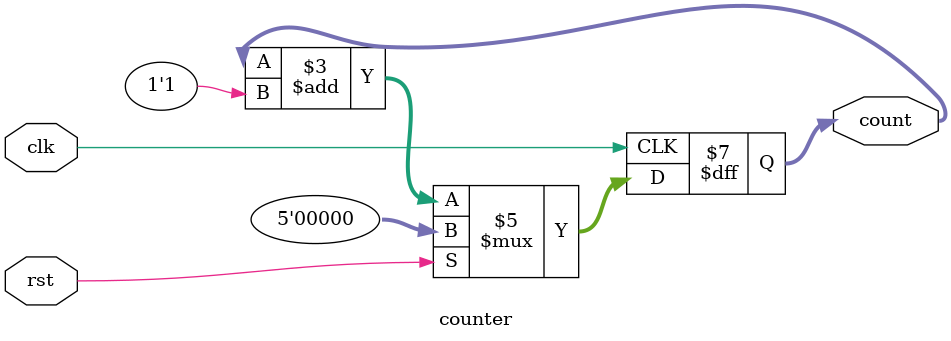
<source format=sv>
module counter (rst, clk, count);
    output reg [4:0] count;
    input rst, clk;
    always_ff @(posedge clk)
    begin
        if (!rst)
            count <= count + 1'b1;
        else 
            count <= 5'b0;
    end
endmodule

</source>
